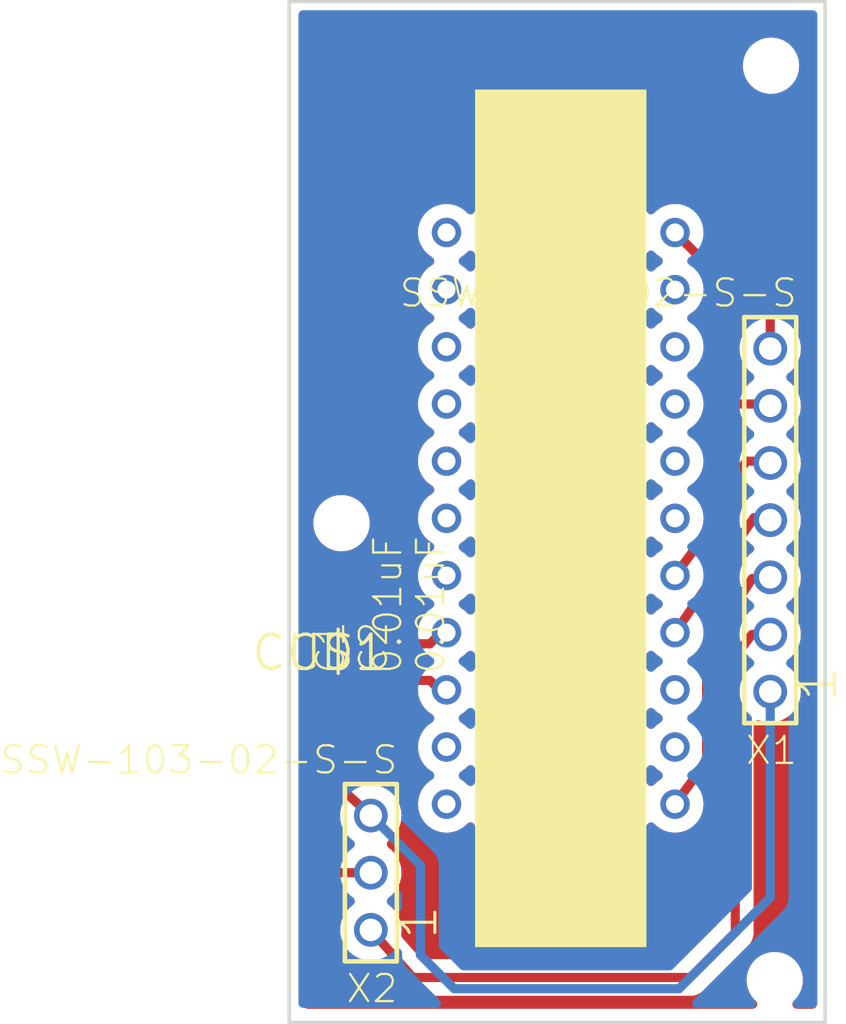
<source format=kicad_pcb>
(kicad_pcb (version 20221018) (generator pcbnew)
  (layers (0 "F.Cu" signal "Top") (31 "B.Cu" signal "Bottom") (34 "B.Paste" user) (35 "F.Paste" user) (36 "B.SilkS" user "B.Silkscreen") (37 "F.SilkS" user "F.Silkscreen") (38 "B.Mask" user) (39 "F.Mask" user) (44 "Edge.Cuts" user))
  (net 0 "")
  (net 1 "N$3")
  (net 2 "N$4")
  (net 3 "N$6")
  (net 4 "N$13")
  (net 5 "N$1")
  (net 6 "N$5")
  (net 7 "N$14")
  (footprint "ILX544A" (layer "F.Cu") (at 141.0411 110.3611 180)
    (fp_text reference "U$1" (at 0 0 180) (layer "F.SilkS") (effects (font (size 1.524 1.524)) (justify right top)))
    (fp_text value "CCD1" (at 0 0 180) (layer "F.SilkS") (effects (font (size 1.524 1.524)) (justify right top)))
    (fp_poly (pts (xy -11.43 -13.97) (xy -3.81 -13.97) (xy -3.81 24.13) (xy -11.43 24.13)) (fill solid) (layer "F.SilkS"))
    (pad "P$1" thru_hole circle (at -12.7 -7.62 180) (size 1.308 1.308) (drill 0.8) (layers "*.Cu" "*.Mask") (net 1 "N$3"))
    (pad "P$2" thru_hole circle (at -12.7 -5.08 180) (size 1.308 1.308) (drill 0.8) (layers "*.Cu" "*.Mask"))
    (pad "P$3" thru_hole circle (at -12.7 -2.54 180) (size 1.308 1.308) (drill 0.8) (layers "*.Cu" "*.Mask"))
    (pad "P$4" thru_hole circle (at -12.7 0 180) (size 1.308 1.308) (drill 0.8) (layers "*.Cu" "*.Mask") (net 2 "N$4"))
    (pad "P$5" thru_hole circle (at -12.7 2.54 180) (size 1.308 1.308) (drill 0.8) (layers "*.Cu" "*.Mask") (net 4 "N$13"))
    (pad "P$6" thru_hole circle (at -12.7 5.08 180) (size 1.308 1.308) (drill 0.8) (layers "*.Cu" "*.Mask"))
    (pad "P$7" thru_hole circle (at -12.7 7.62 180) (size 1.308 1.308) (drill 0.8) (layers "*.Cu" "*.Mask"))
    (pad "P$8" thru_hole circle (at -12.7 10.16 180) (size 1.308 1.308) (drill 0.8) (layers "*.Cu" "*.Mask"))
    (pad "P$9" thru_hole circle (at -12.7 12.7 180) (size 1.308 1.308) (drill 0.8) (layers "*.Cu" "*.Mask"))
    (pad "P$10" thru_hole circle (at -12.7 15.24 180) (size 1.308 1.308) (drill 0.8) (layers "*.Cu" "*.Mask"))
    (pad "P$11" thru_hole circle (at -12.7 17.78 180) (size 1.308 1.308) (drill 0.8) (layers "*.Cu" "*.Mask") (net 3 "N$6"))
    (pad "P$12" thru_hole circle (at -2.54 17.78 180) (size 1.308 1.308) (drill 0.8) (layers "*.Cu" "*.Mask"))
    (pad "P$13" thru_hole circle (at -2.54 15.24 180) (size 1.308 1.308) (drill 0.8) (layers "*.Cu" "*.Mask"))
    (pad "P$14" thru_hole circle (at -2.54 12.7 180) (size 1.308 1.308) (drill 0.8) (layers "*.Cu" "*.Mask"))
    (pad "P$15" thru_hole circle (at -2.54 10.16 180) (size 1.308 1.308) (drill 0.8) (layers "*.Cu" "*.Mask"))
    (pad "P$16" thru_hole circle (at -2.54 7.62 180) (size 1.308 1.308) (drill 0.8) (layers "*.Cu" "*.Mask"))
    (pad "P$17" thru_hole circle (at -2.54 5.08 180) (size 1.308 1.308) (drill 0.8) (layers "*.Cu" "*.Mask"))
    (pad "P$18" thru_hole circle (at -2.54 2.54 180) (size 1.308 1.308) (drill 0.8) (layers "*.Cu" "*.Mask"))
    (pad "P$19" thru_hole circle (at -2.54 0 180) (size 1.308 1.308) (drill 0.8) (layers "*.Cu" "*.Mask") (net 7 "N$14"))
    (pad "P$20" thru_hole circle (at -2.54 -2.54 180) (size 1.308 1.308) (drill 0.8) (layers "*.Cu" "*.Mask") (net 5 "N$1"))
    (pad "P$21" thru_hole circle (at -2.54 -5.08 180) (size 1.308 1.308) (drill 0.8) (layers "*.Cu" "*.Mask"))
    (pad "P$22" thru_hole circle (at -2.54 -7.62 180) (size 1.308 1.308) (drill 0.8) (layers "*.Cu" "*.Mask"))
  )
  (footprint "C0402" (layer "F.Cu") (at 139.7711 111.6311 90)
    (fp_text reference "C1" (at -0.635 -0.635 90) (layer "F.SilkS") (effects (font (size 1.2065 1.2065) (thickness 0.1016)) (justify left bottom)))
    (fp_text value "0.01uF" (at -0.635 1.905 90) (layer "F.SilkS") (effects (font (size 1.2065 1.2065) (thickness 0.1016)) (justify left bottom)))
    (pad "1" smd rect (at -0.65 0 90) (size 0.7 0.9) (layers "F.Cu" "F.Paste" "F.Mask") (net 5 "N$1"))
    (pad "2" smd rect (at 0.65 0 90) (size 0.7 0.9) (layers "F.Cu" "F.Paste" "F.Mask") (net 7 "N$14"))
  )
  (footprint "C0402" (layer "F.Cu") (at 141.6761 111.6311 90)
    (fp_text reference "C2" (at -0.635 -0.635 90) (layer "F.SilkS") (effects (font (size 1.2065 1.2065) (thickness 0.1016)) (justify left bottom)))
    (fp_text value "0.01uF" (at -0.635 1.905 90) (layer "F.SilkS") (effects (font (size 1.2065 1.2065) (thickness 0.1016)) (justify left bottom)))
    (pad "1" smd rect (at -0.65 0 90) (size 0.7 0.9) (layers "F.Cu" "F.Paste" "F.Mask") (net 5 "N$1"))
    (pad "2" smd rect (at 0.65 0 90) (size 0.7 0.9) (layers "F.Cu" "F.Paste" "F.Mask") (net 7 "N$14"))
  )
  (footprint "SSW-107-02-S-S" (layer "F.Cu") (at 157.9761 105.3611 90)
    (fp_text reference "X1" (at -9.525 1.27 180) (layer "F.SilkS") (effects (font (size 1.2065 1.2065) (thickness 0.1016)) (justify right top)))
    (fp_text value "SSW-107-02-S-S" (at 10.795 1.27 180) (layer "F.SilkS") (effects (font (size 1.2065 1.2065) (thickness 0.1016)) (justify right top)))
    (fp_text user "1" (at -8.128 3.048 90) (layer "F.SilkS") (effects (font (size 1.59258 1.59258) (thickness 0.134112)) (justify left bottom)))
    (fp_line (start -9.019 -1.155) (end 9.019 -1.155) (stroke (width 0.2032)) (layer "F.SilkS"))
    (fp_line (start -9.019 1.155) (end -9.019 -1.155) (stroke (width 0.2032)) (layer "F.SilkS"))
    (fp_line (start 9.019 -1.155) (end 9.019 1.155) (stroke (width 0.2032)) (layer "F.SilkS"))
    (fp_line (start 9.019 1.155) (end -9.019 1.155) (stroke (width 0.2032)) (layer "F.SilkS"))
    (pad "1" thru_hole circle (at -7.62 0 90) (size 1.5 1.5) (drill 1) (layers "*.Cu" "*.Mask") (net 5 "N$1"))
    (pad "2" thru_hole circle (at -5.08 0 90) (size 1.5 1.5) (drill 1) (layers "*.Cu" "*.Mask") (net 6 "N$5"))
    (pad "3" thru_hole circle (at -2.54 0 90) (size 1.5 1.5) (drill 1) (layers "*.Cu" "*.Mask") (net 1 "N$3"))
    (pad "4" thru_hole circle (at 0 0 90) (size 1.5 1.5) (drill 1) (layers "*.Cu" "*.Mask") (net 2 "N$4"))
    (pad "5" thru_hole circle (at 2.54 0 90) (size 1.5 1.5) (drill 1) (layers "*.Cu" "*.Mask") (net 4 "N$13"))
    (pad "6" thru_hole circle (at 5.08 0 90) (size 1.5 1.5) (drill 1) (layers "*.Cu" "*.Mask") (net 3 "N$6"))
    (pad "7" thru_hole circle (at 7.62 0 90) (size 1.5 1.5) (drill 1) (layers "*.Cu" "*.Mask") (net 7 "N$14"))
  )
  (footprint "SSW-103-02-S-S" (layer "F.Cu") (at 140.2161 121.0261 90)
    (fp_text reference "X2" (at -4.445 1.27 180) (layer "F.SilkS") (effects (font (size 1.2065 1.2065) (thickness 0.1016)) (justify right top)))
    (fp_text value "SSW-103-02-S-S" (at 5.715 1.27 180) (layer "F.SilkS") (effects (font (size 1.2065 1.2065) (thickness 0.1016)) (justify right top)))
    (fp_text user "1" (at -3.048 3.048 90) (layer "F.SilkS") (effects (font (size 1.59258 1.59258) (thickness 0.134112)) (justify left bottom)))
    (fp_line (start -3.939 -1.155) (end 3.939 -1.155) (stroke (width 0.2032)) (layer "F.SilkS"))
    (fp_line (start -3.939 1.155) (end -3.939 -1.155) (stroke (width 0.2032)) (layer "F.SilkS"))
    (fp_line (start 3.939 -1.155) (end 3.939 1.155) (stroke (width 0.2032)) (layer "F.SilkS"))
    (fp_line (start 3.939 1.155) (end -3.939 1.155) (stroke (width 0.2032)) (layer "F.SilkS"))
    (pad "1" thru_hole circle (at -2.54 0 90) (size 1.5 1.5) (drill 1) (layers "*.Cu" "*.Mask") (net 6 "N$5"))
    (pad "2" thru_hole circle (at 0 0 90) (size 1.5 1.5) (drill 1) (layers "*.Cu" "*.Mask") (net 7 "N$14"))
    (pad "3" thru_hole circle (at 2.54 0 90) (size 1.5 1.5) (drill 1) (layers "*.Cu" "*.Mask") (net 5 "N$1"))
  )
  (footprint "" (layer "F.Cu") (at 138.9111 105.4961)
    (fp_text reference "@HOLE1" hide)
    (fp_text value "" (at 0 0) (layer "F.SilkS") (effects (font (size 1.524 1.524))))
    (pad "" np_thru_hole circle (at 0 0) (size 2 2) (drill 2) (layers "*.Cu"))
  )
  (footprint "" (layer "F.Cu") (at 158.1761 125.7961)
    (fp_text reference "@HOLE0" hide)
    (fp_text value "" (at 0 0) (layer "F.SilkS") (effects (font (size 1.524 1.524))))
    (pad "" np_thru_hole circle (at 0 0) (size 2 2) (drill 2) (layers "*.Cu"))
  )
  (footprint "" (layer "F.Cu") (at 158.0111 85.1711)
    (fp_text reference "@HOLE2" hide)
    (fp_text value "" (at 0 0) (layer "F.SilkS") (effects (font (size 1.524 1.524))))
    (pad "" np_thru_hole circle (at 0 0) (size 2 2) (drill 2) (layers "*.Cu"))
  )
  (gr_line (start 136.5861 82.3261) (end 136.5861 127.6811) (stroke (width 0.15)) (layer "Edge.Cuts"))
  (gr_line (start 136.5861 127.6811) (end 160.4161 127.6811) (stroke (width 0.15)) (layer "Edge.Cuts"))
  (gr_line (start 160.4161 82.3261) (end 136.5861 82.3261) (stroke (width 0.15)) (layer "Edge.Cuts"))
  (gr_line (start 160.4161 127.6811) (end 160.4161 82.3261) (stroke (width 0.15)) (layer "Edge.Cuts"))
  (gr_text "ILX544A V1.0" (at 138.3011 83.7861 90) (layer "F.Cu") (effects (font (size 1.6891 1.6891) (thickness 0.14224)) (justify right top)))
  (segment (start 157.1711 107.9561) (end 156.5311 108.9561) (width 0.4064) (layer "F.Cu") (net 1))
  (segment (start 155.1461 116.0761) (end 153.7411 117.9811) (width 0.4064) (layer "F.Cu") (net 1))
  (segment (start 156.5311 108.9561) (end 155.1461 110.9161) (width 0.4064) (layer "F.Cu") (net 1))
  (segment (start 155.1461 110.9161) (end 155.1461 116.0761) (width 0.4064) (layer "F.Cu") (net 1))
  (segment (start 157.9761 107.9011) (end 157.1711 107.9561) (width 0.4064) (layer "F.Cu") (net 1))
  (segment (start 157.9761 105.3611) (end 157.8961 105.2811) (width 0.4064) (layer "F.Cu") (net 2))
  (segment (start 157.8961 105.2811) (end 157.2561 105.2811) (width 0.4064) (layer "F.Cu") (net 2))
  (segment (start 157.2561 105.2811) (end 157.2561 105.2511) (width 0.4064) (layer "F.Cu") (net 2))
  (segment (start 157.2561 105.2511) (end 153.7411 110.3611) (width 0.4064) (layer "F.Cu") (net 2))
  (segment (start 157.9761 100.2811) (end 157.8961 100.2011) (width 0.4064) (layer "F.Cu") (net 3))
  (segment (start 156.2811 100.2011) (end 155.6461 99.5661) (width 0.4064) (layer "F.Cu") (net 3))
  (segment (start 155.6461 99.5661) (end 155.6461 94.4861) (width 0.4064) (layer "F.Cu") (net 3))
  (segment (start 157.8961 100.2011) (end 156.2811 100.2011) (width 0.4064) (layer "F.Cu") (net 3))
  (segment (start 155.6461 94.4861) (end 153.7411 92.5811) (width 0.4064) (layer "F.Cu") (net 3))
  (segment (start 155.6461 105.2661) (end 153.7411 107.8211) (width 0.4064) (layer "F.Cu") (net 4))
  (segment (start 156.9311 102.7411) (end 155.6461 104.3511) (width 0.4064) (layer "F.Cu") (net 4))
  (segment (start 155.6461 104.3511) (end 155.6461 105.2661) (width 0.4064) (layer "F.Cu") (net 4))
  (segment (start 157.8961 102.7411) (end 156.9311 102.7411) (width 0.4064) (layer "F.Cu") (net 4))
  (segment (start 157.9761 102.8211) (end 157.8961 102.7411) (width 0.4064) (layer "F.Cu") (net 4))
  (segment (start 139.1161 112.9361) (end 139.7711 112.2811) (width 0.4064) (layer "F.Cu") (net 5))
  (segment (start 142.8461 112.4811) (end 141.8761 112.4811) (width 0.4064) (layer "F.Cu") (net 5))
  (segment (start 139.7711 112.2811) (end 141.6761 112.2811) (width 0.4064) (layer "F.Cu") (net 5))
  (segment (start 143.2661 112.9011) (end 142.8461 112.4811) (width 0.4064) (layer "F.Cu") (net 5))
  (segment (start 141.9211 112.5261) (end 141.6761 112.2811) (width 0.4064) (layer "F.Cu") (net 5))
  (segment (start 139.1161 117.4861) (end 139.1161 112.9361) (width 0.4064) (layer "F.Cu") (net 5))
  (segment (start 143.5811 112.9011) (end 143.2661 112.9011) (width 0.4064) (layer "F.Cu") (net 5))
  (segment (start 141.8761 112.4811) (end 141.6761 112.2811) (width 0.4064) (layer "F.Cu") (net 5))
  (segment (start 140.2161 118.4861) (end 139.1161 117.4861) (width 0.4064) (layer "F.Cu") (net 5))
  (segment (start 157.9761 122.1261) (end 153.9211 126.1811) (width 0.4064) (layer "B.Cu") (net 5))
  (segment (start 153.9211 126.1811) (end 143.9211 126.1811) (width 0.4064) (layer "B.Cu") (net 5))
  (segment (start 143.9211 126.1811) (end 142.4211 124.6811) (width 0.4064) (layer "B.Cu") (net 5))
  (segment (start 142.4211 124.6811) (end 142.4211 120.6911) (width 0.4064) (layer "B.Cu") (net 5))
  (segment (start 142.4211 120.6911) (end 140.2161 118.4861) (width 0.4064) (layer "B.Cu") (net 5))
  (segment (start 157.9761 112.9811) (end 157.9761 122.1261) (width 0.4064) (layer "B.Cu") (net 5))
  (segment (start 156.4211 111.4311) (end 156.4211 123.6811) (width 0.4064) (layer "F.Cu") (net 6))
  (segment (start 154.4211 125.6811) (end 142.0811 125.6811) (width 0.4064) (layer "F.Cu") (net 6))
  (segment (start 142.0811 125.6811) (end 140.2161 123.5661) (width 0.4064) (layer "F.Cu") (net 6))
  (segment (start 156.4211 123.6811) (end 154.4211 125.6811) (width 0.4064) (layer "F.Cu") (net 6))
  (segment (start 157.1611 110.4411) (end 156.4211 111.4311) (width 0.4064) (layer "F.Cu") (net 6))
  (segment (start 157.9761 110.4411) (end 157.1611 110.4411) (width 0.4064) (layer "F.Cu") (net 6))
  (segment (start 137.9211 111.6811) (end 138.4211 111.1811) (width 0.4064) (layer "F.Cu") (net 7))
  (segment (start 152.5961 84.3561) (end 144.8711 84.3561) (width 0.4064) (layer "F.Cu") (net 7))
  (segment (start 157.9761 93.8111) (end 153.8961 89.7311) (width 0.4064) (layer "F.Cu") (net 7))
  (segment (start 137.9211 120.1811) (end 137.9211 111.6811) (width 0.4064) (layer "F.Cu") (net 7))
  (segment (start 153.8961 85.4061) (end 152.5961 84.3561) (width 0.4064) (layer "F.Cu") (net 7))
  (segment (start 141.2211 91.6811) (end 141.2211 109.5311) (width 0.4064) (layer "F.Cu") (net 7))
  (segment (start 143.4961 85.7311) (end 143.4961 89.4061) (width 0.4064) (layer "F.Cu") (net 7))
  (segment (start 138.7661 121.0261) (end 137.9211 120.1811) (width 0.4064) (layer "F.Cu") (net 7))
  (segment (start 139.7711 110.9811) (end 141.6761 110.9811) (width 0.4064) (layer "F.Cu") (net 7))
  (segment (start 138.4211 111.1811) (end 139.5711 111.1811) (width 0.4064) (layer "F.Cu") (net 7))
  (segment (start 157.9761 97.7411) (end 157.9761 93.8111) (width 0.4064) (layer "F.Cu") (net 7))
  (segment (start 140.2161 121.0261) (end 138.7661 121.0261) (width 0.4064) (layer "F.Cu") (net 7))
  (segment (start 141.6761 110.9811) (end 141.8011 110.8561) (width 0.4064) (layer "F.Cu") (net 7))
  (segment (start 141.8011 110.8561) (end 142.8461 110.8561) (width 0.4064) (layer "F.Cu") (net 7))
  (segment (start 144.8711 84.3561) (end 143.4961 85.7311) (width 0.4064) (layer "F.Cu") (net 7))
  (segment (start 143.4961 89.4061) (end 141.2211 91.6811) (width 0.4064) (layer "F.Cu") (net 7))
  (segment (start 153.8961 89.7311) (end 153.8961 85.4061) (width 0.4064) (layer "F.Cu") (net 7))
  (segment (start 139.5711 111.1811) (end 139.7711 110.9811) (width 0.4064) (layer "F.Cu") (net 7))
  (segment (start 141.2211 109.5311) (end 139.7711 110.9811) (width 0.4064) (layer "F.Cu") (net 7))
  (segment (start 143.3411 110.3611) (end 143.5811 110.3611) (width 0.4064) (layer "F.Cu") (net 7))
  (segment (start 142.8461 110.8561) (end 143.3411 110.3611) (width 0.4064) (layer "F.Cu") (net 7))
  (zone (net 0) (net_name "") (layer "F.Cu") (priority 6) (connect_pads (clearance 0)) (min_thickness 0.4064)
    (keepout (tracks not_allowed) (vias not_allowed) (pads allowed) (copperpour not_allowed) (footprints allowed))
    (fill (thermal_gap 0.4564) (thermal_bridge_width 0.4564))
    (polygon (pts (xy 144.8511 86.2311) (xy 152.4711 86.2311) (xy 152.4711 124.3311) (xy 144.8511 124.3311)))
  )
  (zone (net 0) (net_name "") (layer "F.Cu") (priority 6) (connect_pads (clearance 0.6096)) (min_thickness 0.4064) (fill yes (thermal_gap 0.4564) (thermal_bridge_width 0.4564))
    (polygon (pts (xy 137.2011 82.7611) (xy 159.8811 82.7611) (xy 160.0561 127.0711) (xy 137.2011 127.0711)))
  )
  (zone (net 0) (net_name "") (layer "B.Cu") (priority 6) (connect_pads (clearance 0.6096)) (min_thickness 0.4064) (fill yes (thermal_gap 0.4564) (thermal_bridge_width 0.4564))
    (polygon (pts (xy 136.9961 82.7061) (xy 160.0711 82.7061) (xy 160.0711 127.0311) (xy 136.9961 127.0311)))
  )
  (zone (net 0) (net_name "") (layer "B.Cu") (priority 6) (connect_pads (clearance 0)) (min_thickness 0.6096)
    (keepout (tracks not_allowed) (vias not_allowed) (pads allowed) (copperpour not_allowed) (footprints allowed))
    (fill (thermal_gap 0.6596) (thermal_bridge_width 0.6596))
    (polygon (pts (xy 144.8511 86.2311) (xy 152.4711 86.2311) (xy 152.4711 124.3311) (xy 144.8511 124.3311)))
  )
)
</source>
